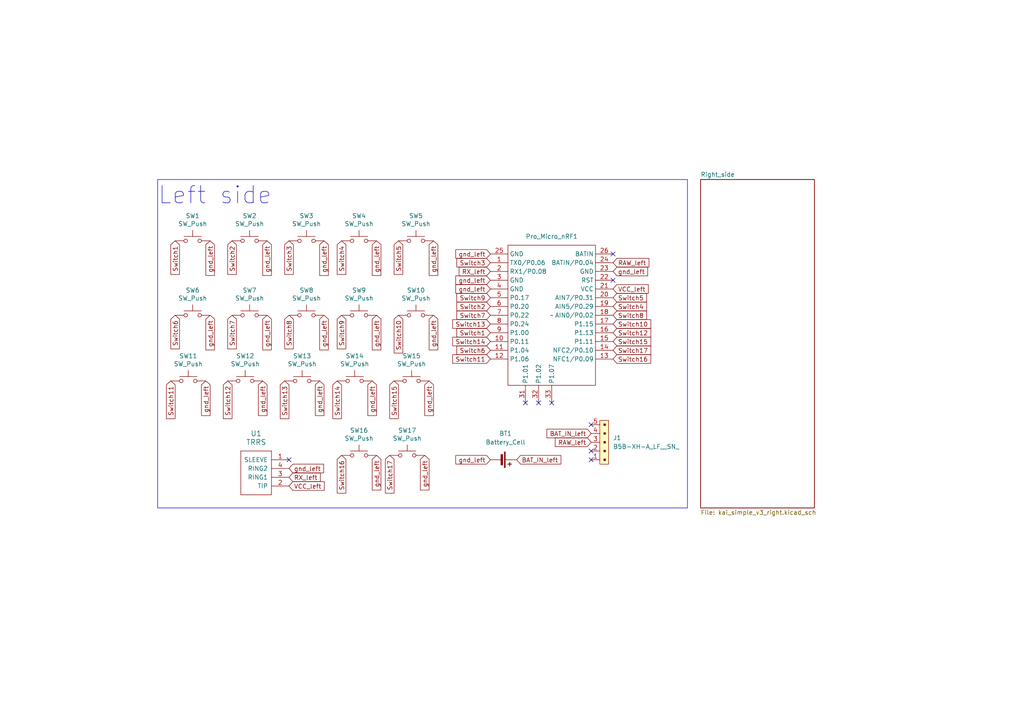
<source format=kicad_sch>
(kicad_sch (version 20230121) (generator eeschema)
  (paper "A4")
  (lib_symbols
    (symbol "Device:Battery_Cell" (pin_numbers hide) (pin_names (offset 0) hide)
      (property "Reference" "BT" (at 2.54 2.54 0))
      (property "Value" "Battery_Cell" (at 2.54 0 0))
      (symbol "Battery_Cell_0_1"
        (rectangle (start -2.286 1.778) (end 2.286 1.524) (fill (type outline)))
        (rectangle (start -1.524 1.016) (end 1.524 0.508) (fill (type outline)))
        (polyline (pts (xy 0 0.762) (xy 0 0)))
        (polyline (pts (xy 0 1.778) (xy 0 2.54)))
        (polyline (pts (xy 0.762 3.048) (xy 1.778 3.048)) (stroke (width 0.254)))
        (polyline (pts (xy 1.27 3.556) (xy 1.27 2.54)) (stroke (width 0.254)))
      )
      (symbol "Battery_Cell_1_1"
        (pin passive line (at 0 5.08 270) (length 2.54) (name "+") (number "1"))
        (pin passive line (at 0 -2.54 90) (length 2.54) (name "-") (number "2"))
      )
    )
    (symbol "Scottokeeb:Placeholder_TRRS" (pin_names (offset 1.016))
      (property "Reference" "U" (at 0 15.24 0))
      (property "Value" "TRRS" (at 0 -2.54 0))
      (symbol "Placeholder_TRRS_0_1"
        (rectangle (start -3.81 0) (end -3.81 12.7))
        (rectangle (start -3.81 0) (end 5.08 0))
        (rectangle (start -3.81 12.7) (end 5.08 12.7))
        (rectangle (start 5.08 12.7) (end 5.08 0))
      )
      (symbol "Placeholder_TRRS_1_1"
        (pin input line (at -8.89 2.54 0) (length 5.08) (name "SLEEVE") (number "1"))
        (pin input line (at -8.89 10.16 0) (length 5.08) (name "TIP") (number "2"))
        (pin input line (at -8.89 7.62 0) (length 5.08) (name "RING1") (number "3"))
        (pin input line (at -8.89 5.08 0) (length 5.08) (name "RING2") (number "4"))
      )
    )
    (symbol "Switch:SW_Push" (pin_numbers hide) (pin_names (offset 1.016) hide)
      (property "Reference" "SW" (at 1.27 2.54 0))
      (property "Value" "SW_Push" (at 0 -1.524 0))
      (symbol "SW_Push_0_1"
        (circle (center -2.032 0) (radius 0.508))
        (polyline (pts (xy 0 1.27) (xy 0 3.048)))
        (polyline (pts (xy 2.54 1.27) (xy -2.54 1.27)))
        (circle (center 2.032 0) (radius 0.508))
        (pin passive line (at -5.08 0 0) (length 2.54) (name "1") (number "1"))
        (pin passive line (at 5.08 0 180) (length 2.54) (name "2") (number "2"))
      )
    )
    (symbol "components:Pro_Micro_nRF52840"
      (property "Reference" "Pro_Micro_nRF52840" (at 0 22.352 0))
      (symbol "Pro_Micro_nRF52840_0_1"
        (rectangle (start -12.7 -20.32) (end 12.7 20.32))
      )
      (symbol "Pro_Micro_nRF52840_1_1"
        (pin input line (at -17.78 15.24 0) (length 5.08) (name "TX0/P0.06") (number "1"))
        (pin input line (at -17.78 -7.62 0) (length 5.08) (name "P0.11") (number "10"))
        (pin input line (at -17.78 -10.16 0) (length 5.08) (name "P1.04") (number "11"))
        (pin input line (at -17.78 -12.7 0) (length 5.08) (name "P1.06") (number "12"))
        (pin input line (at 17.78 -12.7 180) (length 5.08) (name "NFC1/P0.09") (number "13"))
        (pin input line (at 17.78 -10.16 180) (length 5.08) (name "NFC2/P0.10") (number "14"))
        (pin input line (at 17.78 -7.62 180) (length 5.08) (name "P1.11") (number "15"))
        (pin input line (at 17.78 -5.08 180) (length 5.08) (name "P1.13") (number "16"))
        (pin input line (at 17.78 -2.54 180) (length 5.08) (name "P1.15") (number "17"))
        (pin input line (at 17.78 0 180) (length 5.08) (name "AIN0/P0.02") (number "18"))
        (pin input line (at 17.78 2.54 180) (length 5.08) (name "AIN5/P0.29") (number "19"))
        (pin input line (at -17.78 12.7 0) (length 5.08) (name "RX1/P0.08") (number "2"))
        (pin input line (at 17.78 5.08 180) (length 5.08) (name "AIN7/P0.31") (number "20"))
        (pin input line (at 17.78 7.62 180) (length 5.08) (name "VCC") (number "21"))
        (pin input line (at 17.78 10.16 180) (length 5.08) (name "RST") (number "22"))
        (pin input line (at 17.78 12.7 180) (length 5.08) (name "GND") (number "23"))
        (pin input line (at 17.78 15.24 180) (length 5.08) (name "BATIN/P0.04") (number "24"))
        (pin input line (at -17.78 17.78 0) (length 5.08) (name "GND") (number "25"))
        (pin input line (at 17.78 17.78 180) (length 5.08) (name "BATIN") (number "26"))
        (pin input line (at -17.78 10.16 0) (length 5.08) (name "GND") (number "3"))
        (pin input line (at -7.62 -25.4 90) (length 5.08) (name "P1.01") (number "31"))
        (pin input line (at -3.81 -25.4 90) (length 5.08) (name "P1.02") (number "32"))
        (pin input line (at 0 -25.4 90) (length 5.08) (name "P1.07") (number "33"))
        (pin input line (at -17.78 7.62 0) (length 5.08) (name "GND") (number "4"))
        (pin input line (at -17.78 5.08 0) (length 5.08) (name "P0.17") (number "5"))
        (pin input line (at -17.78 2.54 0) (length 5.08) (name "P0.20") (number "6"))
        (pin input line (at -17.78 0 0) (length 5.08) (name "P0.22") (number "7"))
        (pin input line (at -17.78 -2.54 0) (length 5.08) (name "P0.24") (number "8"))
        (pin input line (at -17.78 -5.08 0) (length 5.08) (name "P1.00") (number "9"))
      )
    )
    (symbol "dk_Rectangular-Connectors-Headers-Male-Pins:B5B-XH-A_LF__SN_" (pin_names (offset 1.016))
      (property "Reference" "J" (at -2.54 -1.27 0))
      (property "Value" "B5B-XH-A_LF__SN_" (at 5.08 -3.81 0))
      (symbol "B5B-XH-A_LF__SN__1_1"
        (rectangle (start -1.27 0) (end 11.43 -2.54) (fill (type background)))
        (rectangle (start -0.254 -1.143) (end 0.254 -1.651) (fill (type outline)))
        (rectangle (start 2.286 -1.143) (end 2.794 -1.651) (fill (type outline)))
        (rectangle (start 4.826 -1.143) (end 5.334 -1.651) (fill (type outline)))
        (rectangle (start 7.366 -1.143) (end 7.874 -1.651) (fill (type outline)))
        (rectangle (start 9.906 -1.143) (end 10.414 -1.651) (fill (type outline)))
        (pin passive line (at 0 2.54 270) (length 2.54) (name "~") (number "1"))
        (pin passive line (at 2.54 2.54 270) (length 2.54) (name "~") (number "2"))
        (pin passive line (at 5.08 2.54 270) (length 2.54) (name "~") (number "3"))
        (pin passive line (at 7.62 2.54 270) (length 2.54) (name "~") (number "4"))
        (pin passive line (at 10.16 2.54 270) (length 2.54) (name "~") (number "5"))
      )
    )
  )
  (no_connect (at 83.82 133.35))
  (no_connect (at 152.4 116.84))
  (no_connect (at 160.02 116.84))
  (no_connect (at 171.45 123.19))
  (no_connect (at 156.21 116.84))
  (no_connect (at 171.45 133.35))
  (no_connect (at 177.8 73.66))
  (no_connect (at 177.8 81.28))
  (no_connect (at 171.45 130.81))
  (rectangle (start 45.72 52.07) (end 199.39 147.32))
  (text "Left side" (at 45.72 59.69 0) (effects (font (size 5 5)) (justify left bottom)))
  (global_label "Switch7" (shape input) (at 142.24 91.44 180) (property "Intersheetrefs" "${INTERSHEET_REFS}" (effects hide)))
  (global_label "gnd_left" (shape input) (at 60.96 69.85 270) (property "Intersheetrefs" "${INTERSHEET_REFS}" (effects hide)))
  (global_label "BAT_IN_left" (shape input) (at 149.86 133.35 0) (property "Intersheetrefs" "${INTERSHEET_REFS}" (effects hide)))
  (global_label "Switch5" (shape input) (at 115.57 69.85 270) (property "Intersheetrefs" "${INTERSHEET_REFS}" (effects hide)))
  (global_label "gnd_left" (shape input) (at 93.98 69.85 270) (property "Intersheetrefs" "${INTERSHEET_REFS}" (effects hide)))
  (global_label "Switch15" (shape input) (at 114.3 110.49 270) (property "Intersheetrefs" "${INTERSHEET_REFS}" (effects hide)))
  (global_label "gnd_left" (shape input) (at 142.24 73.66 180) (property "Intersheetrefs" "${INTERSHEET_REFS}" (effects hide)))
  (global_label "gnd_left" (shape input) (at 109.22 69.85 270) (property "Intersheetrefs" "${INTERSHEET_REFS}" (effects hide)))
  (global_label "Switch3" (shape input) (at 142.24 76.2 180) (property "Intersheetrefs" "${INTERSHEET_REFS}" (effects hide)))
  (global_label "Switch3" (shape input) (at 83.82 69.85 270) (property "Intersheetrefs" "${INTERSHEET_REFS}" (effects hide)))
  (global_label "Switch13" (shape input) (at 82.55 110.49 270) (property "Intersheetrefs" "${INTERSHEET_REFS}" (effects hide)))
  (global_label "Switch7" (shape input) (at 67.31 91.44 270) (property "Intersheetrefs" "${INTERSHEET_REFS}" (effects hide)))
  (global_label "Switch14" (shape input) (at 97.79 110.49 270) (property "Intersheetrefs" "${INTERSHEET_REFS}" (effects hide)))
  (global_label "Switch8" (shape input) (at 177.8 91.44 0) (property "Intersheetrefs" "${INTERSHEET_REFS}" (effects hide)))
  (global_label "Switch2" (shape input) (at 142.24 88.9 180) (property "Intersheetrefs" "${INTERSHEET_REFS}" (effects hide)))
  (global_label "Switch13" (shape input) (at 142.24 93.98 180) (property "Intersheetrefs" "${INTERSHEET_REFS}" (effects hide)))
  (global_label "gnd_left" (shape input) (at 107.95 110.49 270) (property "Intersheetrefs" "${INTERSHEET_REFS}" (effects hide)))
  (global_label "Switch14" (shape input) (at 142.24 99.06 180) (property "Intersheetrefs" "${INTERSHEET_REFS}" (effects hide)))
  (global_label "gnd_left" (shape input) (at 124.46 110.49 270) (property "Intersheetrefs" "${INTERSHEET_REFS}" (effects hide)))
  (global_label "gnd_left" (shape input) (at 77.47 91.44 270) (property "Intersheetrefs" "${INTERSHEET_REFS}" (effects hide)))
  (global_label "gnd_left" (shape input) (at 125.73 69.85 270) (property "Intersheetrefs" "${INTERSHEET_REFS}" (effects hide)))
  (global_label "Switch17" (shape input) (at 113.03 132.08 270) (property "Intersheetrefs" "${INTERSHEET_REFS}" (effects hide)))
  (global_label "gnd_left" (shape input) (at 123.19 132.08 270) (property "Intersheetrefs" "${INTERSHEET_REFS}" (effects hide)))
  (global_label "Switch16" (shape input) (at 177.8 104.14 0) (property "Intersheetrefs" "${INTERSHEET_REFS}" (effects hide)))
  (global_label "gnd_left" (shape input) (at 142.24 83.82 180) (property "Intersheetrefs" "${INTERSHEET_REFS}" (effects hide)))
  (global_label "Switch5" (shape input) (at 177.8 86.36 0) (property "Intersheetrefs" "${INTERSHEET_REFS}" (effects hide)))
  (global_label "Switch12" (shape input) (at 66.04 110.49 270) (property "Intersheetrefs" "${INTERSHEET_REFS}" (effects hide)))
  (global_label "Switch17" (shape input) (at 177.8 101.6 0) (property "Intersheetrefs" "${INTERSHEET_REFS}" (effects hide)))
  (global_label "Switch10" (shape input) (at 115.57 91.44 270) (property "Intersheetrefs" "${INTERSHEET_REFS}" (effects hide)))
  (global_label "Switch11" (shape input) (at 142.24 104.14 180) (property "Intersheetrefs" "${INTERSHEET_REFS}" (effects hide)))
  (global_label "Switch9" (shape input) (at 99.06 91.44 270) (property "Intersheetrefs" "${INTERSHEET_REFS}" (effects hide)))
  (global_label "gnd_left" (shape input) (at 142.24 81.28 180) (property "Intersheetrefs" "${INTERSHEET_REFS}" (effects hide)))
  (global_label "RX_left" (shape input) (at 83.82 138.43 0) (property "Intersheetrefs" "${INTERSHEET_REFS}" (effects hide)))
  (global_label "gnd_left" (shape input) (at 125.73 91.44 270) (property "Intersheetrefs" "${INTERSHEET_REFS}" (effects hide)))
  (global_label "gnd_left" (shape input) (at 109.22 132.08 270) (property "Intersheetrefs" "${INTERSHEET_REFS}" (effects hide)))
  (global_label "Switch15" (shape input) (at 177.8 99.06 0) (property "Intersheetrefs" "${INTERSHEET_REFS}" (effects hide)))
  (global_label "gnd_left" (shape input) (at 59.69 110.49 270) (property "Intersheetrefs" "${INTERSHEET_REFS}" (effects hide)))
  (global_label "gnd_left" (shape input) (at 93.98 91.44 270) (property "Intersheetrefs" "${INTERSHEET_REFS}" (effects hide)))
  (global_label "gnd_left" (shape input) (at 142.24 133.35 180) (property "Intersheetrefs" "${INTERSHEET_REFS}" (effects hide)))
  (global_label "RX_left" (shape input) (at 142.24 78.74 180) (property "Intersheetrefs" "${INTERSHEET_REFS}" (effects hide)))
  (global_label "RAW_left" (shape input) (at 177.8 76.2 0) (property "Intersheetrefs" "${INTERSHEET_REFS}" (effects hide)))
  (global_label "Switch11" (shape input) (at 49.53 110.49 270) (property "Intersheetrefs" "${INTERSHEET_REFS}" (effects hide)))
  (global_label "BAT_IN_left" (shape input) (at 171.45 125.73 180) (property "Intersheetrefs" "${INTERSHEET_REFS}" (effects hide)))
  (global_label "Switch4" (shape input) (at 177.8 88.9 0) (property "Intersheetrefs" "${INTERSHEET_REFS}" (effects hide)))
  (global_label "VCC_left" (shape input) (at 177.8 83.82 0) (property "Intersheetrefs" "${INTERSHEET_REFS}" (effects hide)))
  (global_label "Switch6" (shape input) (at 142.24 101.6 180) (property "Intersheetrefs" "${INTERSHEET_REFS}" (effects hide)))
  (global_label "Switch8" (shape input) (at 83.82 91.44 270) (property "Intersheetrefs" "${INTERSHEET_REFS}" (effects hide)))
  (global_label "Switch6" (shape input) (at 50.8 91.44 270) (property "Intersheetrefs" "${INTERSHEET_REFS}" (effects hide)))
  (global_label "gnd_left" (shape input) (at 109.22 91.44 270) (property "Intersheetrefs" "${INTERSHEET_REFS}" (effects hide)))
  (global_label "gnd_left" (shape input) (at 60.96 91.44 270) (property "Intersheetrefs" "${INTERSHEET_REFS}" (effects hide)))
  (global_label "gnd_left" (shape input) (at 92.71 110.49 270) (property "Intersheetrefs" "${INTERSHEET_REFS}" (effects hide)))
  (global_label "Switch1" (shape input) (at 142.24 96.52 180) (property "Intersheetrefs" "${INTERSHEET_REFS}" (effects hide)))
  (global_label "Switch1" (shape input) (at 50.8 69.85 270) (property "Intersheetrefs" "${INTERSHEET_REFS}" (effects hide)))
  (global_label "gnd_left" (shape input) (at 77.47 69.85 270) (property "Intersheetrefs" "${INTERSHEET_REFS}" (effects hide)))
  (global_label "gnd_left" (shape input) (at 177.8 78.74 0) (property "Intersheetrefs" "${INTERSHEET_REFS}" (effects hide)))
  (global_label "Switch9" (shape input) (at 142.24 86.36 180) (property "Intersheetrefs" "${INTERSHEET_REFS}" (effects hide)))
  (global_label "VCC_left" (shape input) (at 83.82 140.97 0) (property "Intersheetrefs" "${INTERSHEET_REFS}" (effects hide)))
  (global_label "Switch2" (shape input) (at 67.31 69.85 270) (property "Intersheetrefs" "${INTERSHEET_REFS}" (effects hide)))
  (global_label "Switch4" (shape input) (at 99.06 69.85 270) (property "Intersheetrefs" "${INTERSHEET_REFS}" (effects hide)))
  (global_label "Switch16" (shape input) (at 99.06 132.08 270) (property "Intersheetrefs" "${INTERSHEET_REFS}" (effects hide)))
  (global_label "Switch12" (shape input) (at 177.8 96.52 0) (property "Intersheetrefs" "${INTERSHEET_REFS}" (effects hide)))
  (global_label "Switch10" (shape input) (at 177.8 93.98 0) (property "Intersheetrefs" "${INTERSHEET_REFS}" (effects hide)))
  (global_label "RAW_left" (shape input) (at 171.45 128.27 180) (property "Intersheetrefs" "${INTERSHEET_REFS}" (effects hide)))
  (global_label "gnd_left" (shape input) (at 76.2 110.49 270) (property "Intersheetrefs" "${INTERSHEET_REFS}" (effects hide)))
  (global_label "gnd_left" (shape input) (at 83.82 135.89 0) (property "Intersheetrefs" "${INTERSHEET_REFS}" (effects hide)))
  (symbol (lib_id "Switch:SW_Push") (at 88.9 91.44 0) (unit 1)
    (property "Reference" "SW8" (at 88.9 84.201 0))
    (property "Value" "SW_Push" (at 88.9 86.5124 0))
    (property "Footprint" "custom_components:Choc_v1v2_pretty" (effects hide))
  )
  (symbol (lib_id "Switch:SW_Push") (at 102.87 110.49 0) (unit 1)
    (property "Reference" "SW14" (at 102.87 103.251 0))
    (property "Value" "SW_Push" (at 102.87 105.5624 0))
    (property "Footprint" "custom_components:Choc_v1v2_pretty" (effects hide))
  )
  (symbol (lib_id "Switch:SW_Push") (at 88.9 69.85 0) (unit 1)
    (property "Reference" "SW3" (at 88.9 62.611 0))
    (property "Value" "SW_Push" (at 88.9 64.9224 0))
    (property "Footprint" "custom_components:Choc_v1v2_pretty" (effects hide))
  )
  (symbol (lib_id "Switch:SW_Push") (at 54.61 110.49 0) (unit 1)
    (property "Reference" "SW11" (at 54.61 103.251 0))
    (property "Value" "SW_Push" (at 54.61 105.5624 0))
    (property "Footprint" "custom_components:Choc_v1v2_pretty" (effects hide))
  )
  (symbol (lib_id "Switch:SW_Push") (at 104.14 69.85 0) (unit 1)
    (property "Reference" "SW4" (at 104.14 62.611 0))
    (property "Value" "SW_Push" (at 104.14 64.9224 0))
    (property "Footprint" "custom_components:Choc_v1v2_pretty" (effects hide))
  )
  (symbol (lib_id "dk_Rectangular-Connectors-Headers-Male-Pins:B5B-XH-A_LF__SN_") (at 173.99 133.35 90) (unit 1)
    (property "Reference" "J1" (at 177.8 127 90) (effects (justify right)))
    (property "Value" "B5B-XH-A_LF__SN_" (at 177.8 129.54 90) (effects (justify right)))
    (property "Footprint" "custom_components:Switch_slide_TH_5P" (effects hide))
    (property "Datasheet" "http://www.jst-mfg.com/product/pdf/eng/eXH.pdf" (effects hide))
    (property "Digi-Key_PN" "455-2270-ND" (effects hide))
    (property "MPN" "B5B-XH-A(LF)(SN)" (effects hide))
    (property "Category" "Connectors, Interconnects" (effects hide))
    (property "Family" "Rectangular Connectors - Headers, Male Pins" (effects hide))
    (property "DK_Datasheet_Link" "http://www.jst-mfg.com/product/pdf/eng/eXH.pdf" (effects hide))
    (property "DK_Detail_Page" "/product-detail/en/jst-sales-america-inc/B5B-XH-A(LF)(SN)/455-2270-ND/1530483" (effects hide))
    (property "Description" "CONN HEADER VERT 5POS 2.5MM" (effects hide))
    (property "Manufacturer" "JST Sales America Inc." (effects hide))
    (property "Status" "Active" (effects hide))
  )
  (symbol (lib_id "Scottokeeb:Placeholder_TRRS") (at 74.93 130.81 180) (unit 1)
    (property "Reference" "U1" (at 74.295 125.73 0) (effects (font (size 1.524 1.524))))
    (property "Value" "TRRS" (at 74.295 128.27 0) (effects (font (size 1.524 1.524))))
    (property "Footprint" "ScottoKeebs_Components:TRRS_PJ-320A" (effects hide))
  )
  (symbol (lib_id "Switch:SW_Push") (at 119.38 110.49 0) (unit 1)
    (property "Reference" "SW15" (at 119.38 103.251 0))
    (property "Value" "SW_Push" (at 119.38 105.5624 0))
    (property "Footprint" "custom_components:Choc_v1v2_pretty" (effects hide))
  )
  (symbol (lib_id "Switch:SW_Push") (at 87.63 110.49 0) (unit 1)
    (property "Reference" "SW13" (at 87.63 103.251 0))
    (property "Value" "SW_Push" (at 87.63 105.5624 0))
    (property "Footprint" "custom_components:Choc_v1v2_pretty" (effects hide))
  )
  (symbol (lib_id "components:Pro_Micro_nRF52840") (at 160.02 91.44 0) (unit 1)
    (property "Reference" "Pro_Micro_nRF1" (at 160.02 68.58 0))
    (property "Value" "~" (at 160.02 91.44 0))
    (property "Footprint" "custom_components:Pro Micro nRF52840" (effects hide))
    (property "Datasheet" "https://www.nologo.tech/product/otherboard/NRF52840.html" (effects hide))
  )
  (symbol (lib_id "Switch:SW_Push") (at 104.14 91.44 0) (unit 1)
    (property "Reference" "SW9" (at 104.14 84.201 0))
    (property "Value" "SW_Push" (at 104.14 86.5124 0))
    (property "Footprint" "custom_components:Choc_v1v2_pretty" (effects hide))
  )
  (symbol (lib_id "Device:Battery_Cell") (at 144.78 133.35 270) (unit 1)
    (property "Reference" "BT1" (at 146.6215 125.73 90))
    (property "Value" "Battery_Cell" (at 146.6215 128.27 90))
    (property "Footprint" "KLOTZ:JST_PH_reversible" (effects hide))
  )
  (symbol (lib_id "Switch:SW_Push") (at 118.11 132.08 0) (unit 1)
    (property "Reference" "SW17" (at 118.11 124.841 0))
    (property "Value" "SW_Push" (at 118.11 127.1524 0))
    (property "Footprint" "custom_components:Choc_v1v2_pretty" (effects hide))
  )
  (symbol (lib_id "Switch:SW_Push") (at 120.65 91.44 0) (unit 1)
    (property "Reference" "SW10" (at 120.65 84.201 0))
    (property "Value" "SW_Push" (at 120.65 86.5124 0))
    (property "Footprint" "custom_components:Choc_v1v2_pretty" (effects hide))
  )
  (symbol (lib_id "Switch:SW_Push") (at 55.88 69.85 0) (unit 1)
    (property "Reference" "SW1" (at 55.88 62.611 0))
    (property "Value" "SW_Push" (at 55.88 64.9224 0))
    (property "Footprint" "custom_components:Choc_v1v2_pretty" (effects hide))
  )
  (symbol (lib_id "Switch:SW_Push") (at 72.39 91.44 0) (unit 1)
    (property "Reference" "SW7" (at 72.39 84.201 0))
    (property "Value" "SW_Push" (at 72.39 86.5124 0))
    (property "Footprint" "custom_components:Choc_v1v2_pretty" (effects hide))
  )
  (symbol (lib_id "Switch:SW_Push") (at 104.14 132.08 0) (unit 1)
    (property "Reference" "SW16" (at 104.14 124.841 0))
    (property "Value" "SW_Push" (at 104.14 127.1524 0))
    (property "Footprint" "custom_components:Choc_v1v2_pretty" (effects hide))
  )
  (symbol (lib_id "Switch:SW_Push") (at 55.88 91.44 0) (unit 1)
    (property "Reference" "SW6" (at 55.88 84.201 0))
    (property "Value" "SW_Push" (at 55.88 86.5124 0))
    (property "Footprint" "custom_components:Choc_v1v2_pretty" (effects hide))
  )
  (symbol (lib_id "Switch:SW_Push") (at 120.65 69.85 0) (unit 1)
    (property "Reference" "SW5" (at 120.65 62.611 0))
    (property "Value" "SW_Push" (at 120.65 64.9224 0))
    (property "Footprint" "custom_components:Choc_v1v2_pretty" (effects hide))
  )
  (symbol (lib_id "Switch:SW_Push") (at 71.12 110.49 0) (unit 1)
    (property "Reference" "SW12" (at 71.12 103.251 0))
    (property "Value" "SW_Push" (at 71.12 105.5624 0))
    (property "Footprint" "custom_components:Choc_v1v2_pretty" (effects hide))
  )
  (symbol (lib_id "Switch:SW_Push") (at 72.39 69.85 0) (unit 1)
    (property "Reference" "SW2" (at 72.39 62.611 0))
    (property "Value" "SW_Push" (at 72.39 64.9224 0))
    (property "Footprint" "custom_components:Choc_v1v2_pretty" (effects hide))
  )
  (sheet (at 203.2 52.07) (size 33.02 95.25) (stroke (width 0.1524))
    (property "Sheetname" "Right_side" (at 203.2 51.3584 0) (effects (justify left bottom)))
    (property "Sheetfile" "kai_simple_v3_right.kicad_sch" (at 203.2 147.9046 0) (effects (justify left top)))
  )
)
</source>
